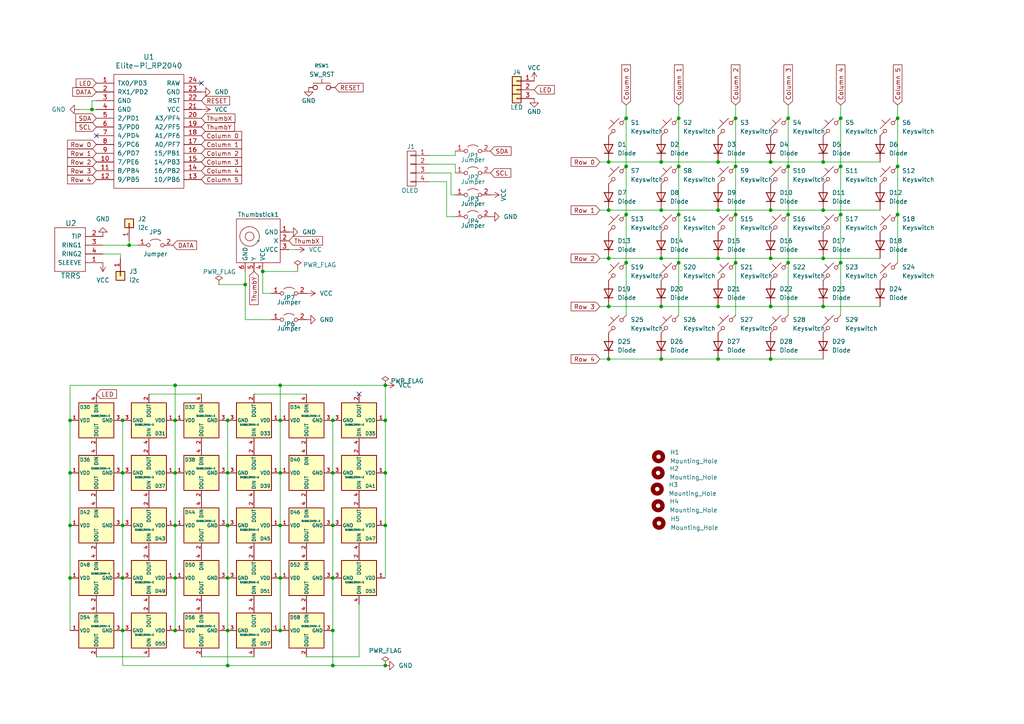
<source format=kicad_sch>
(kicad_sch (version 20230121) (generator eeschema)
  (paper "A4")
  (title_block (title "VF1 Valkyrie Choc RGB") (comment 2 "X=18.5mm; Y=17.5mm") (comment 3 "Spaced for MBK Glow R2 Choc Keycap Set"))
  (junction (at 66.04 182.88))
  (junction (at 66.04 137.16))
  (junction (at 81.28 137.16))
  (junction (at 208.28 74.93))
  (junction (at 213.36 62.23))
  (junction (at 81.28 152.4))
  (junction (at 35.56 182.88))
  (junction (at 238.76 74.93))
  (junction (at 50.8 167.64))
  (junction (at 26.67 31.75))
  (junction (at 238.76 46.99))
  (junction (at 243.84 76.2))
  (junction (at 181.61 34.29))
  (junction (at 191.77 46.99))
  (junction (at 181.61 76.2))
  (junction (at 111.76 111.76))
  (junction (at 191.77 88.9))
  (junction (at 176.53 88.9))
  (junction (at 196.85 48.26))
  (junction (at 20.32 121.92))
  (junction (at 81.28 182.88))
  (junction (at 50.8 137.16))
  (junction (at 260.35 48.26))
  (junction (at 243.84 34.29))
  (junction (at 66.04 167.64))
  (junction (at 96.52 121.92))
  (junction (at 208.28 46.99))
  (junction (at 228.6 62.23))
  (junction (at 35.56 167.64))
  (junction (at 181.61 62.23))
  (junction (at 35.56 152.4))
  (junction (at 243.84 48.26))
  (junction (at 196.85 62.23))
  (junction (at 196.85 76.2))
  (junction (at 50.8 182.88))
  (junction (at 20.32 167.64))
  (junction (at 37.465 71.12))
  (junction (at 238.76 60.96))
  (junction (at 228.6 48.26))
  (junction (at 208.28 60.96))
  (junction (at 111.76 193.04))
  (junction (at 35.56 137.16))
  (junction (at 81.28 111.76))
  (junction (at 196.85 34.29))
  (junction (at 223.52 74.93))
  (junction (at 20.32 152.4))
  (junction (at 176.53 46.99))
  (junction (at 208.28 104.14))
  (junction (at 111.76 152.4))
  (junction (at 20.32 137.16))
  (junction (at 176.53 104.14))
  (junction (at 213.36 76.2))
  (junction (at 50.8 121.92))
  (junction (at 243.84 62.23))
  (junction (at 96.52 193.04))
  (junction (at 81.28 167.64))
  (junction (at 223.52 46.99))
  (junction (at 96.52 167.64))
  (junction (at 260.35 34.29))
  (junction (at 66.04 193.04))
  (junction (at 76.2 78.74))
  (junction (at 260.35 62.23))
  (junction (at 71.12 82.55))
  (junction (at 176.53 60.96))
  (junction (at 228.6 34.29))
  (junction (at 96.52 137.16))
  (junction (at 66.04 121.92))
  (junction (at 181.61 48.26))
  (junction (at 50.8 152.4))
  (junction (at 176.53 74.93))
  (junction (at 35.56 121.92))
  (junction (at 191.77 74.93))
  (junction (at 223.52 104.14))
  (junction (at 96.52 152.4))
  (junction (at 213.36 48.26))
  (junction (at 213.36 34.29))
  (junction (at 50.8 111.76))
  (junction (at 111.76 137.16))
  (junction (at 223.52 88.9))
  (junction (at 66.04 152.4))
  (junction (at 81.28 121.92))
  (junction (at 96.52 182.88))
  (junction (at 228.6 76.2))
  (junction (at 191.77 60.96))
  (junction (at 191.77 104.14))
  (junction (at 111.76 121.92))
  (junction (at 238.76 88.9))
  (junction (at 223.52 60.96))
  (junction (at 208.28 88.9))
  (no_connect (at 27.94 39.37))
  (no_connect (at 104.14 114.3))
  (no_connect (at 58.42 24.13))
  (wire (pts (xy 50.8 111.76) (xy 50.8 121.92)))
  (wire (pts (xy 83.82 72.39) (xy 85.725 72.39)))
  (wire (pts (xy 76.2 78.74) (xy 76.2 85.09)))
  (wire (pts (xy 111.76 137.16) (xy 111.76 152.4)))
  (wire (pts (xy 243.84 76.2) (xy 243.84 91.44)))
  (wire (pts (xy 35.56 152.4) (xy 35.56 167.64)))
  (wire (pts (xy 20.32 121.92) (xy 20.32 137.16)))
  (wire (pts (xy 81.28 111.76) (xy 81.28 121.92)))
  (wire (pts (xy 111.76 121.92) (xy 111.76 137.16)))
  (wire (pts (xy 238.76 74.93) (xy 255.27 74.93)))
  (wire (pts (xy 81.28 137.16) (xy 81.28 152.4)))
  (wire (pts (xy 29.845 71.12) (xy 37.465 71.12)))
  (wire (pts (xy 71.12 78.74) (xy 71.12 82.55)))
  (wire (pts (xy 50.8 152.4) (xy 50.8 167.64)))
  (wire (pts (xy 223.52 46.99) (xy 238.76 46.99)))
  (wire (pts (xy 176.53 74.93) (xy 191.77 74.93)))
  (wire (pts (xy 81.28 111.76) (xy 111.76 111.76)))
  (wire (pts (xy 124.46 50.165) (xy 130.81 50.165)))
  (wire (pts (xy 50.8 137.16) (xy 50.8 152.4)))
  (wire (pts (xy 81.28 121.92) (xy 81.28 137.16)))
  (wire (pts (xy 129.54 52.705) (xy 129.54 62.865)))
  (wire (pts (xy 228.6 62.23) (xy 228.6 76.2)))
  (wire (pts (xy 129.54 62.865) (xy 132.08 62.865)))
  (wire (pts (xy 243.84 62.23) (xy 243.84 76.2)))
  (wire (pts (xy 71.12 92.71) (xy 78.74 92.71)))
  (wire (pts (xy 243.84 30.48) (xy 243.84 34.29)))
  (wire (pts (xy 223.52 60.96) (xy 238.76 60.96)))
  (wire (pts (xy 81.28 167.64) (xy 81.28 182.88)))
  (wire (pts (xy 228.6 30.48) (xy 228.6 34.29)))
  (wire (pts (xy 223.52 104.14) (xy 238.76 104.14)))
  (wire (pts (xy 20.32 111.76) (xy 50.8 111.76)))
  (wire (pts (xy 34.925 73.66) (xy 34.925 74.93)))
  (wire (pts (xy 196.85 34.29) (xy 196.85 48.26)))
  (wire (pts (xy 196.85 62.23) (xy 196.85 76.2)))
  (wire (pts (xy 191.77 88.9) (xy 208.28 88.9)))
  (wire (pts (xy 181.61 76.2) (xy 181.61 91.44)))
  (wire (pts (xy 228.6 76.2) (xy 228.6 91.44)))
  (wire (pts (xy 173.99 60.96) (xy 176.53 60.96)))
  (wire (pts (xy 63.5 82.55) (xy 71.12 82.55)))
  (wire (pts (xy 132.08 47.625) (xy 132.08 50.165)))
  (wire (pts (xy 96.52 167.64) (xy 96.52 182.88)))
  (wire (pts (xy 181.61 34.29) (xy 181.61 48.26)))
  (wire (pts (xy 191.77 60.96) (xy 208.28 60.96)))
  (wire (pts (xy 173.99 104.14) (xy 176.53 104.14)))
  (wire (pts (xy 223.52 74.93) (xy 238.76 74.93)))
  (wire (pts (xy 27.94 190.5) (xy 43.18 190.5)))
  (wire (pts (xy 208.28 74.93) (xy 223.52 74.93)))
  (wire (pts (xy 223.52 88.9) (xy 238.76 88.9)))
  (wire (pts (xy 20.32 167.64) (xy 20.32 182.88)))
  (wire (pts (xy 66.04 121.92) (xy 66.04 137.16)))
  (wire (pts (xy 96.52 121.92) (xy 96.52 137.16)))
  (wire (pts (xy 22.86 31.75) (xy 26.67 31.75)))
  (wire (pts (xy 96.52 137.16) (xy 96.52 152.4)))
  (wire (pts (xy 66.04 152.4) (xy 66.04 167.64)))
  (wire (pts (xy 35.56 167.64) (xy 35.56 182.88)))
  (wire (pts (xy 124.46 47.625) (xy 132.08 47.625)))
  (wire (pts (xy 213.36 76.2) (xy 213.36 91.44)))
  (wire (pts (xy 228.6 34.29) (xy 228.6 48.26)))
  (wire (pts (xy 260.35 48.26) (xy 260.35 62.23)))
  (wire (pts (xy 76.2 85.09) (xy 78.74 85.09)))
  (wire (pts (xy 66.04 193.04) (xy 96.52 193.04)))
  (wire (pts (xy 96.52 152.4) (xy 96.52 167.64)))
  (wire (pts (xy 130.81 56.515) (xy 132.08 56.515)))
  (wire (pts (xy 58.42 190.5) (xy 73.66 190.5)))
  (wire (pts (xy 20.32 111.76) (xy 20.32 121.92)))
  (wire (pts (xy 181.61 62.23) (xy 181.61 76.2)))
  (wire (pts (xy 20.32 137.16) (xy 20.32 152.4)))
  (wire (pts (xy 213.36 34.29) (xy 213.36 48.26)))
  (wire (pts (xy 81.28 152.4) (xy 81.28 167.64)))
  (wire (pts (xy 50.8 121.92) (xy 50.8 137.16)))
  (wire (pts (xy 35.56 121.92) (xy 35.56 137.16)))
  (wire (pts (xy 238.76 46.99) (xy 255.27 46.99)))
  (wire (pts (xy 66.04 182.88) (xy 66.04 193.04)))
  (wire (pts (xy 96.52 182.88) (xy 96.52 193.04)))
  (wire (pts (xy 260.35 62.23) (xy 260.35 76.2)))
  (wire (pts (xy 176.53 46.99) (xy 191.77 46.99)))
  (wire (pts (xy 27.94 29.21) (xy 26.67 29.21)))
  (wire (pts (xy 213.36 62.23) (xy 213.36 76.2)))
  (wire (pts (xy 181.61 48.26) (xy 181.61 62.23)))
  (wire (pts (xy 176.53 104.14) (xy 191.77 104.14)))
  (wire (pts (xy 132.08 45.085) (xy 132.08 43.815)))
  (wire (pts (xy 208.28 46.99) (xy 223.52 46.99)))
  (wire (pts (xy 50.8 167.64) (xy 50.8 182.88)))
  (wire (pts (xy 208.28 104.14) (xy 223.52 104.14)))
  (wire (pts (xy 37.465 71.12) (xy 37.465 69.85)))
  (wire (pts (xy 26.67 31.75) (xy 27.94 31.75)))
  (wire (pts (xy 130.81 50.165) (xy 130.81 56.515)))
  (wire (pts (xy 196.85 76.2) (xy 196.85 91.44)))
  (wire (pts (xy 111.76 152.4) (xy 111.76 167.64)))
  (wire (pts (xy 71.12 82.55) (xy 71.12 92.71)))
  (wire (pts (xy 50.8 111.76) (xy 81.28 111.76)))
  (wire (pts (xy 37.465 71.12) (xy 40.005 71.12)))
  (wire (pts (xy 238.76 88.9) (xy 255.27 88.9)))
  (wire (pts (xy 96.52 193.04) (xy 111.76 193.04)))
  (wire (pts (xy 104.14 175.26) (xy 104.14 190.5)))
  (wire (pts (xy 111.76 111.76) (xy 111.76 121.92)))
  (wire (pts (xy 196.85 48.26) (xy 196.85 62.23)))
  (wire (pts (xy 35.56 182.88) (xy 35.56 193.04)))
  (wire (pts (xy 176.53 88.9) (xy 191.77 88.9)))
  (wire (pts (xy 76.2 78.74) (xy 86.36 78.74)))
  (wire (pts (xy 129.54 52.705) (xy 124.46 52.705)))
  (wire (pts (xy 26.67 29.21) (xy 26.67 31.75)))
  (wire (pts (xy 191.77 104.14) (xy 208.28 104.14)))
  (wire (pts (xy 196.85 30.48) (xy 196.85 34.29)))
  (wire (pts (xy 260.35 34.29) (xy 260.35 48.26)))
  (wire (pts (xy 243.84 48.26) (xy 243.84 62.23)))
  (wire (pts (xy 66.04 167.64) (xy 66.04 182.88)))
  (wire (pts (xy 173.99 46.99) (xy 176.53 46.99)))
  (wire (pts (xy 20.32 152.4) (xy 20.32 167.64)))
  (wire (pts (xy 173.99 88.9) (xy 176.53 88.9)))
  (wire (pts (xy 191.77 74.93) (xy 208.28 74.93)))
  (wire (pts (xy 208.28 60.96) (xy 223.52 60.96)))
  (wire (pts (xy 43.18 114.3) (xy 58.42 114.3)))
  (wire (pts (xy 181.61 30.48) (xy 181.61 34.29)))
  (wire (pts (xy 88.9 190.5) (xy 104.14 190.5)))
  (wire (pts (xy 66.04 137.16) (xy 66.04 152.4)))
  (wire (pts (xy 260.35 30.48) (xy 260.35 34.29)))
  (wire (pts (xy 191.77 46.99) (xy 208.28 46.99)))
  (wire (pts (xy 29.845 73.66) (xy 34.925 73.66)))
  (wire (pts (xy 238.76 60.96) (xy 255.27 60.96)))
  (wire (pts (xy 35.56 193.04) (xy 66.04 193.04)))
  (wire (pts (xy 73.66 114.3) (xy 88.9 114.3)))
  (wire (pts (xy 243.84 34.29) (xy 243.84 48.26)))
  (wire (pts (xy 86.36 78.105) (xy 86.36 78.74)))
  (wire (pts (xy 35.56 137.16) (xy 35.56 152.4)))
  (wire (pts (xy 176.53 60.96) (xy 191.77 60.96)))
  (wire (pts (xy 213.36 48.26) (xy 213.36 62.23)))
  (wire (pts (xy 208.28 88.9) (xy 223.52 88.9)))
  (wire (pts (xy 228.6 48.26) (xy 228.6 62.23)))
  (wire (pts (xy 173.99 74.93) (xy 176.53 74.93)))
  (wire (pts (xy 213.36 30.48) (xy 213.36 34.29)))
  (wire (pts (xy 124.46 45.085) (xy 132.08 45.085)))
  (global_label "Column 2" (shape input) (at 58.42 44.45 0) (property "Intersheetrefs" "${INTERSHEET_REFS}" (effects hide)))
  (global_label "Column 1" (shape input) (at 196.85 30.48 90) (property "Intersheetrefs" "${INTERSHEET_REFS}" (effects hide)))
  (global_label "ThumbY" (shape input) (at 73.66 78.74 270) (property "Intersheetrefs" "${INTERSHEET_REFS}" (effects hide)))
  (global_label "SCL" (shape input) (at 142.24 50.165 0) (property "Intersheetrefs" "${INTERSHEET_REFS}" (effects hide)))
  (global_label "Column 1" (shape input) (at 58.42 41.91 0) (property "Intersheetrefs" "${INTERSHEET_REFS}" (effects hide)))
  (global_label "LED" (shape input) (at 27.94 24.13 180) (property "Intersheetrefs" "${INTERSHEET_REFS}" (effects hide)))
  (global_label "Row 4" (shape input) (at 173.99 104.14 180) (property "Intersheetrefs" "${INTERSHEET_REFS}" (effects hide)))
  (global_label "Row 4" (shape input) (at 27.94 52.07 180) (property "Intersheetrefs" "${INTERSHEET_REFS}" (effects hide)))
  (global_label "Row 3" (shape input) (at 173.99 88.9 180) (property "Intersheetrefs" "${INTERSHEET_REFS}" (effects hide)))
  (global_label "RESET" (shape input) (at 97.155 25.4 0) (property "Intersheetrefs" "${INTERSHEET_REFS}" (effects hide)))
  (global_label "SCL" (shape input) (at 27.94 36.83 180) (property "Intersheetrefs" "${INTERSHEET_REFS}" (effects hide)))
  (global_label "Column 3" (shape input) (at 228.6 30.48 90) (property "Intersheetrefs" "${INTERSHEET_REFS}" (effects hide)))
  (global_label "Row 1" (shape input) (at 173.99 60.96 180) (property "Intersheetrefs" "${INTERSHEET_REFS}" (effects hide)))
  (global_label "Column 2" (shape input) (at 213.36 30.48 90) (property "Intersheetrefs" "${INTERSHEET_REFS}" (effects hide)))
  (global_label "DATA" (shape input) (at 50.165 71.12 0) (property "Intersheetrefs" "${INTERSHEET_REFS}" (effects hide)))
  (global_label "LED" (shape input) (at 154.94 26.035 0) (property "Intersheetrefs" "${INTERSHEET_REFS}" (effects hide)))
  (global_label "Column 4" (shape input) (at 58.42 49.53 0) (property "Intersheetrefs" "${INTERSHEET_REFS}" (effects hide)))
  (global_label "Column 0" (shape input) (at 181.61 30.48 90) (property "Intersheetrefs" "${INTERSHEET_REFS}" (effects hide)))
  (global_label "Row 0" (shape input) (at 27.94 41.91 180) (property "Intersheetrefs" "${INTERSHEET_REFS}" (effects hide)))
  (global_label "LED" (shape input) (at 27.94 114.3 0) (property "Intersheetrefs" "${INTERSHEET_REFS}" (effects hide)))
  (global_label "ThumbY" (shape input) (at 58.42 36.83 0) (property "Intersheetrefs" "${INTERSHEET_REFS}" (effects hide)))
  (global_label "Column 5" (shape input) (at 260.35 30.48 90) (property "Intersheetrefs" "${INTERSHEET_REFS}" (effects hide)))
  (global_label "DATA" (shape input) (at 27.94 26.67 180) (property "Intersheetrefs" "${INTERSHEET_REFS}" (effects hide)))
  (global_label "Column 0" (shape input) (at 58.42 39.37 0) (property "Intersheetrefs" "${INTERSHEET_REFS}" (effects hide)))
  (global_label "RESET" (shape input) (at 58.42 29.21 0) (property "Intersheetrefs" "${INTERSHEET_REFS}" (effects hide)))
  (global_label "Column 4" (shape input) (at 243.84 30.48 90) (property "Intersheetrefs" "${INTERSHEET_REFS}" (effects hide)))
  (global_label "Row 3" (shape input) (at 27.94 49.53 180) (property "Intersheetrefs" "${INTERSHEET_REFS}" (effects hide)))
  (global_label "SDA" (shape input) (at 142.24 43.815 0) (property "Intersheetrefs" "${INTERSHEET_REFS}" (effects hide)))
  (global_label "ThumbX" (shape input) (at 83.82 69.85 0) (property "Intersheetrefs" "${INTERSHEET_REFS}" (effects hide)))
  (global_label "Column 5" (shape input) (at 58.42 52.07 0) (property "Intersheetrefs" "${INTERSHEET_REFS}" (effects hide)))
  (global_label "ThumbX" (shape input) (at 58.42 34.29 0) (property "Intersheetrefs" "${INTERSHEET_REFS}" (effects hide)))
  (global_label "SDA" (shape input) (at 27.94 34.29 180) (property "Intersheetrefs" "${INTERSHEET_REFS}" (effects hide)))
  (global_label "Row 0" (shape input) (at 173.99 46.99 180) (property "Intersheetrefs" "${INTERSHEET_REFS}" (effects hide)))
  (global_label "Column 3" (shape input) (at 58.42 46.99 0) (property "Intersheetrefs" "${INTERSHEET_REFS}" (effects hide)))
  (global_label "Row 1" (shape input) (at 27.94 44.45 180) (property "Intersheetrefs" "${INTERSHEET_REFS}" (effects hide)))
  (global_label "Row 2" (shape input) (at 173.99 74.93 180) (property "Intersheetrefs" "${INTERSHEET_REFS}" (effects hide)))
  (global_label "Row 2" (shape input) (at 27.94 46.99 180) (property "Intersheetrefs" "${INTERSHEET_REFS}" (effects hide)))
  (symbol (lib_id "ScottoKeebs:Placeholder_Keyswitch") (at 257.81 64.77 90) (unit 1)
    (property "Reference" "S18" (at 261.62 63.5 90) (effects (justify right)))
    (property "Value" "Keyswitch" (at 261.62 66.04 90) (effects (justify right)))
    (property "Footprint" "mylocal_footprints:Choc_Hotswap-double-sided" (effects hide))
  )
  (symbol (lib_id "ScottoKeebs:Placeholder_Keyswitch") (at 179.07 64.77 90) (unit 1)
    (property "Reference" "S13" (at 182.88 63.5 90) (effects (justify right)))
    (property "Value" "Keyswitch" (at 182.88 66.04 90) (effects (justify right)))
    (property "Footprint" "mylocal_footprints:Choc_Hotswap-double-sided" (effects hide))
  )
  (symbol (lib_id "SofleKeyboard1:LED_SK6812MINI-E-alt") (at 43.18 152.4 180) (unit 1)
    (property "Reference" "D43" (at 46.48 156.21 0) (effects (font (size 1 1))))
    (property "Value" "SK6812MINI-E" (at 41.91 153.67 0) (effects (font (size 0.5 0.5))))
    (property "Footprint" "mylocal_footprints:SK6812-MINI-E-double-side" (effects hide))
    (property "Datasheet" "https://cdn-shop.adafruit.com/product-files/2686/SK6812MINI_REV.01-1-2.pdf" (effects hide))
  )
  (symbol (lib_id "ScottoKeebs:Placeholder_Mounting_Hole") (at 191.008 132.461 0) (unit 1)
    (property "Reference" "H1" (at 194.31 131.191 0) (effects (justify left)))
    (property "Value" "Mounting_Hole" (at 194.31 133.731 0) (effects (justify left)))
    (property "Footprint" "MountingHole:MountingHole_3.5mm" (effects hide))
  )
  (symbol (lib_id "SofleKeyboard1:LED_SK6812MINI-E-alt") (at 43.18 121.92 180) (unit 1)
    (property "Reference" "D31" (at 46.48 125.73 0) (effects (font (size 1 1))))
    (property "Value" "SK6812MINI-E" (at 41.91 123.19 0) (effects (font (size 0.5 0.5))))
    (property "Footprint" "mylocal_footprints:SK6812-MINI-E-double-side" (effects hide))
    (property "Datasheet" "https://cdn-shop.adafruit.com/product-files/2686/SK6812MINI_REV.01-1-2.pdf" (effects hide))
  )
  (symbol (lib_id "ScottoKeebs:Placeholder_Diode") (at 191.77 100.33 90) (unit 1)
    (property "Reference" "D26" (at 194.31 99.06 90) (effects (justify right)))
    (property "Value" "Diode" (at 194.31 101.6 90) (effects (justify right)))
    (property "Footprint" "mylocal_footprints:Diode_SOD-123-double-sided" (effects hide))
    (property "Sim.Device" "D" (effects hide))
    (property "Sim.Pins" "1=K 2=A" (effects hide))
  )
  (symbol (lib_id "ScottoKeebs:Placeholder_Diode") (at 255.27 85.09 90) (unit 1)
    (property "Reference" "D24" (at 257.81 83.82 90) (effects (justify right)))
    (property "Value" "Diode" (at 257.81 86.36 90) (effects (justify right)))
    (property "Footprint" "mylocal_footprints:Diode_SOD-123-double-sided" (effects hide))
    (property "Sim.Device" "D" (effects hide))
    (property "Sim.Pins" "1=K 2=A" (effects hide))
  )
  (symbol (lib_id "SofleKeyboard1:LED_SK6812MINI-E-alt") (at 73.66 137.16 180) (unit 1)
    (property "Reference" "D39" (at 76.96 140.97 0) (effects (font (size 1 1))))
    (property "Value" "SK6812MINI-E" (at 72.39 138.43 0) (effects (font (size 0.5 0.5))))
    (property "Footprint" "mylocal_footprints:SK6812-MINI-E-double-side" (effects hide))
    (property "Datasheet" "https://cdn-shop.adafruit.com/product-files/2686/SK6812MINI_REV.01-1-2.pdf" (effects hide))
  )
  (symbol (lib_id "ScottoKeebs:Placeholder_Keyswitch") (at 179.07 50.8 90) (unit 1)
    (property "Reference" "S7" (at 182.88 49.53 90) (effects (justify right)))
    (property "Value" "Keyswitch" (at 182.88 52.07 90) (effects (justify right)))
    (property "Footprint" "mylocal_footprints:Choc_Hotswap-double-sided" (effects hide))
  )
  (symbol (lib_id "SofleKeyboard1:LED_SK6812MINI-E-alt") (at 104.14 167.64 180) (unit 1)
    (property "Reference" "D53" (at 107.44 171.45 0) (effects (font (size 1 1))))
    (property "Value" "SK6812MINI-E" (at 102.87 168.91 0) (effects (font (size 0.5 0.5))))
    (property "Footprint" "mylocal_footprints:SK6812-MINI-E-double-side" (effects hide))
    (property "Datasheet" "https://cdn-shop.adafruit.com/product-files/2686/SK6812MINI_REV.01-1-2.pdf" (effects hide))
  )
  (symbol (lib_id "power:VCC") (at 85.725 72.39 270) (unit 1)
    (property "Reference" "#PWR015" (effects hide))
    (property "Value" "VCC" (at 89.535 72.39 90) (effects (justify left)))
  )
  (symbol (lib_id "ScottoKeebs:Placeholder_Keyswitch") (at 210.82 93.98 90) (unit 1)
    (property "Reference" "S27" (at 214.63 92.71 90) (effects (justify right)))
    (property "Value" "Keyswitch" (at 214.63 95.25 90) (effects (justify right)))
    (property "Footprint" "mylocal_footprints:Choc_Hotswap-double-sided" (effects hide))
  )
  (symbol (lib_id "ScottoKeebs:Placeholder_Diode") (at 176.53 100.33 90) (unit 1)
    (property "Reference" "D25" (at 179.07 99.06 90) (effects (justify right)))
    (property "Value" "Diode" (at 179.07 101.6 90) (effects (justify right)))
    (property "Footprint" "mylocal_footprints:Diode_SOD-123-double-sided" (effects hide))
    (property "Sim.Device" "D" (effects hide))
    (property "Sim.Pins" "1=K 2=A" (effects hide))
  )
  (symbol (lib_id "untitled:SofleKeyboard-rescue_i2c_pin-Lily58-cache-Lily58_Pro-rescue-sofle") (at 37.465 64.77 90) (unit 1)
    (property "Reference" "J2" (at 40.005 63.5 90) (effects (justify right)))
    (property "Value" "i2c" (at 40.005 66.04 90) (effects (justify right)))
    (property "Footprint" "untitled:1pin_conn" (effects hide))
  )
  (symbol (lib_id "SofleKeyboard1:LED_SK6812MINI-E-alt") (at 88.9 137.16 0) (unit 1)
    (property "Reference" "D40" (at 85.6 133.35 0) (effects (font (size 1 1))))
    (property "Value" "SK6812MINI-E" (effects hide))
    (property "Footprint" "mylocal_footprints:SK6812-MINI-E-double-side" (effects hide))
    (property "Datasheet" "https://cdn-shop.adafruit.com/product-files/2686/SK6812MINI_REV.01-1-2.pdf" (effects hide))
  )
  (symbol (lib_id "ScottoKeebs:Placeholder_Diode") (at 238.76 100.33 90) (unit 1)
    (property "Reference" "D29" (at 241.3 99.06 90) (effects (justify right)))
    (property "Value" "Diode" (at 241.3 101.6 90) (effects (justify right)))
    (property "Footprint" "mylocal_footprints:Diode_SOD-123-double-sided" (effects hide))
    (property "Sim.Device" "D" (effects hide))
    (property "Sim.Pins" "1=K 2=A" (effects hide))
  )
  (symbol (lib_id "untitled:SofleKeyboard-rescue_OLED-Lily58-cache-Lily58_Pro-rescue-sofle") (at 119.38 48.895 0) (mirror y) (unit 1)
    (property "Reference" "J1" (at 120.38 42.545 0) (effects (justify left)))
    (property "Value" "OLED" (at 121.38 55.245 0) (effects (justify left)))
    (property "Footprint" "untitled:OLED_4Pin" (effects hide))
  )
  (symbol (lib_id "ScottoKeebs:Placeholder_Keyswitch") (at 257.81 78.74 90) (unit 1)
    (property "Reference" "S24" (at 261.62 77.47 90) (effects (justify right)))
    (property "Value" "Keyswitch" (at 261.62 80.01 90) (effects (justify right)))
    (property "Footprint" "mylocal_footprints:Choc_Hotswap-double-sided" (effects hide))
  )
  (symbol (lib_id "ScottoKeebs:Placeholder_Diode") (at 191.77 57.15 90) (unit 1)
    (property "Reference" "D8" (at 194.31 55.88 90) (effects (justify right)))
    (property "Value" "Diode" (at 194.31 58.42 90) (effects (justify right)))
    (property "Footprint" "mylocal_footprints:Diode_SOD-123-double-sided" (effects hide))
    (property "Sim.Device" "D" (effects hide))
    (property "Sim.Pins" "1=K 2=A" (effects hide))
  )
  (symbol (lib_id "ScottoKeebs:Placeholder_Keyswitch") (at 179.07 93.98 90) (unit 1)
    (property "Reference" "S25" (at 182.88 92.71 90) (effects (justify right)))
    (property "Value" "Keyswitch" (at 182.88 95.25 90) (effects (justify right)))
    (property "Footprint" "mylocal_footprints:Choc_Hotswap-double-sided" (effects hide))
  )
  (symbol (lib_id "power:PWR_FLAG") (at 111.76 193.04 0) (unit 1)
    (property "Reference" "#FLG02" (effects hide))
    (property "Value" "PWR_FLAG" (at 111.76 188.722 0))
  )
  (symbol (lib_id "ScottoKeebs:Placeholder_Diode") (at 176.53 43.18 90) (unit 1)
    (property "Reference" "D1" (at 179.07 41.91 90) (effects (justify right)))
    (property "Value" "Diode" (at 179.07 44.45 90) (effects (justify right)))
    (property "Footprint" "mylocal_footprints:Diode_SOD-123-double-sided" (effects hide))
    (property "Sim.Device" "D" (effects hide))
    (property "Sim.Pins" "1=K 2=A" (effects hide))
  )
  (symbol (lib_id "ScottoKeebs:Placeholder_TRRS") (at 20.955 78.74 0) (mirror y) (unit 1)
    (property "Reference" "U2" (at 22.225 64.77 0) (effects (font (size 1.524 1.524)) (justify left)))
    (property "Value" "TRRS" (at 23.495 80.01 0) (effects (font (size 1.524 1.524)) (justify left)))
    (property "Footprint" "mylocal_footprints:TRRS-PJ-320A-double-sided" (effects hide))
  )
  (symbol (lib_id "ScottoKeebs:Placeholder_Keyswitch") (at 257.81 36.83 90) (unit 1)
    (property "Reference" "S6" (at 261.62 35.56 90) (effects (justify right)))
    (property "Value" "Keyswitch" (at 261.62 38.1 90) (effects (justify right)))
    (property "Footprint" "mylocal_footprints:Choc_Hotswap-double-sided" (effects hide))
  )
  (symbol (lib_id "Jumper:Jumper_2_Open") (at 137.16 50.165 0) (unit 1)
    (property "Reference" "JP2" (at 137.16 51.435 0))
    (property "Value" "Jumper" (at 137.16 52.705 0))
    (property "Footprint" "mylocal_footprints:jumper_data-MOD" (effects hide))
  )
  (symbol (lib_id "ScottoKeebs:Placeholder_Mounting_Hole") (at 190.627 141.859 0) (unit 1)
    (property "Reference" "H3" (at 193.929 140.589 0) (effects (justify left)))
    (property "Value" "Mounting_Hole" (at 193.929 143.129 0) (effects (justify left)))
    (property "Footprint" "MountingHole:MountingHole_3.5mm" (effects hide))
  )
  (symbol (lib_id "power:VCC") (at 58.42 31.75 270) (unit 1)
    (property "Reference" "#PWR03" (effects hide))
    (property "Value" "VCC" (at 62.23 31.75 90) (effects (justify left)))
  )
  (symbol (lib_id "ScottoKeebs:Placeholder_Diode") (at 176.53 57.15 90) (unit 1)
    (property "Reference" "D7" (at 179.07 55.88 90) (effects (justify right)))
    (property "Value" "Diode" (at 179.07 58.42 90) (effects (justify right)))
    (property "Footprint" "mylocal_footprints:Diode_SOD-123-double-sided" (effects hide))
    (property "Sim.Device" "D" (effects hide))
    (property "Sim.Pins" "1=K 2=A" (effects hide))
  )
  (symbol (lib_id "SofleKeyboard1:LED_SK6812MINI-E-alt") (at 43.18 182.88 180) (unit 1)
    (property "Reference" "D55" (at 46.48 186.69 0) (effects (font (size 1 1))))
    (property "Value" "SK6812MINI-E" (at 41.91 184.15 0) (effects (font (size 0.5 0.5))))
    (property "Footprint" "mylocal_footprints:SK6812-MINI-E-double-side" (effects hide))
    (property "Datasheet" "https://cdn-shop.adafruit.com/product-files/2686/SK6812MINI_REV.01-1-2.pdf" (effects hide))
  )
  (symbol (lib_id "ScottoKeebs:Placeholder_Diode") (at 255.27 43.18 90) (unit 1)
    (property "Reference" "D6" (at 257.81 41.91 90) (effects (justify right)))
    (property "Value" "Diode" (at 257.81 44.45 90) (effects (justify right)))
    (property "Footprint" "mylocal_footprints:Diode_SOD-123-double-sided" (effects hide))
    (property "Sim.Device" "D" (effects hide))
    (property "Sim.Pins" "1=K 2=A" (effects hide))
  )
  (symbol (lib_id "SofleKeyboard1:MCU_Arduino_Pro_Micro-double-sifed") (at 43.18 38.1 0) (unit 1)
    (property "Reference" "U1" (at 43.18 16.51 0) (effects (font (size 1.524 1.524))))
    (property "Value" "Elite-Pi_RP2040" (at 43.18 19.05 0) (effects (font (size 1.524 1.524))))
    (property "Footprint" "mylocal_footprints:ProMicro" (effects hide))
  )
  (symbol (lib_id "ScottoKeebs:Placeholder_Keyswitch") (at 241.3 36.83 90) (unit 1)
    (property "Reference" "S5" (at 245.11 35.56 90) (effects (justify right)))
    (property "Value" "Keyswitch" (at 245.11 38.1 90) (effects (justify right)))
    (property "Footprint" "mylocal_footprints:Choc_Hotswap-double-sided" (effects hide))
  )
  (symbol (lib_id "power:GND") (at 154.94 28.575 0) (unit 1)
    (property "Reference" "#PWR010" (effects hide))
    (property "Value" "GND" (at 154.94 32.385 0))
  )
  (symbol (lib_id "SofleKeyboard1:LED_SK6812MINI-E-alt") (at 43.18 167.64 180) (unit 1)
    (property "Reference" "D49" (at 46.48 171.45 0) (effects (font (size 1 1))))
    (property "Value" "SK6812MINI-E" (at 41.91 168.91 0) (effects (font (size 0.5 0.5))))
    (property "Footprint" "mylocal_footprints:SK6812-MINI-E-double-side" (effects hide))
    (property "Datasheet" "https://cdn-shop.adafruit.com/product-files/2686/SK6812MINI_REV.01-1-2.pdf" (effects hide))
  )
  (symbol (lib_id "ScottoKeebs:Placeholder_Mounting_Hole") (at 190.881 137.16 0) (unit 1)
    (property "Reference" "H2" (at 194.183 135.89 0) (effects (justify left)))
    (property "Value" "Mounting_Hole" (at 194.183 138.43 0) (effects (justify left)))
    (property "Footprint" "MountingHole:MountingHole_3.5mm" (effects hide))
  )
  (symbol (lib_id "ScottoKeebs:Placeholder_Diode") (at 238.76 43.18 90) (unit 1)
    (property "Reference" "D5" (at 241.3 41.91 90) (effects (justify right)))
    (property "Value" "Diode" (at 241.3 44.45 90) (effects (justify right)))
    (property "Footprint" "mylocal_footprints:Diode_SOD-123-double-sided" (effects hide))
    (property "Sim.Device" "D" (effects hide))
    (property "Sim.Pins" "1=K 2=A" (effects hide))
  )
  (symbol (lib_id "ScottoKeebs:Placeholder_Diode") (at 208.28 43.18 90) (unit 1)
    (property "Reference" "D3" (at 210.82 41.91 90) (effects (justify right)))
    (property "Value" "Diode" (at 210.82 44.45 90) (effects (justify right)))
    (property "Footprint" "mylocal_footprints:Diode_SOD-123-double-sided" (effects hide))
    (property "Sim.Device" "D" (effects hide))
    (property "Sim.Pins" "1=K 2=A" (effects hide))
  )
  (symbol (lib_id "power:GND") (at 88.9 92.71 90) (unit 1)
    (property "Reference" "#PWR014" (effects hide))
    (property "Value" "GND" (at 92.71 92.71 90) (effects (justify right)))
  )
  (symbol (lib_id "power:GND") (at 142.24 62.865 90) (unit 1)
    (property "Reference" "#PWR05" (effects hide))
    (property "Value" "GND" (at 146.05 62.865 90) (effects (justify right)))
  )
  (symbol (lib_id "SofleKeyboard1:LED_SK6812MINI-E-alt") (at 104.14 121.92 180) (unit 1)
    (property "Reference" "D35" (at 107.44 125.73 0) (effects (font (size 1 1))))
    (property "Value" "SK6812MINI-E" (at 102.87 123.19 0) (effects (font (size 0.5 0.5))))
    (property "Footprint" "mylocal_footprints:SK6812-MINI-E-double-side" (effects hide))
    (property "Datasheet" "https://cdn-shop.adafruit.com/product-files/2686/SK6812MINI_REV.01-1-2.pdf" (effects hide))
  )
  (symbol (lib_id "ScottoKeebs:Placeholder_Keyswitch") (at 194.31 36.83 90) (unit 1)
    (property "Reference" "S2" (at 198.12 35.56 90) (effects (justify right)))
    (property "Value" "Keyswitch" (at 198.12 38.1 90) (effects (justify right)))
    (property "Footprint" "mylocal_footprints:Choc_Hotswap-double-sided" (effects hide))
  )
  (symbol (lib_id "Jumper:Jumper_2_Open") (at 83.82 85.09 0) (unit 1)
    (property "Reference" "JP7" (at 83.82 86.36 0))
    (property "Value" "Jumper" (at 83.82 87.63 0))
    (property "Footprint" "mylocal_footprints:jumper_data-MOD" (effects hide))
  )
  (symbol (lib_id "ScottoKeebs:Placeholder_Mounting_Hole") (at 190.881 146.685 0) (unit 1)
    (property "Reference" "H4" (at 194.183 145.415 0) (effects (justify left)))
    (property "Value" "Mounting_Hole" (at 194.183 147.955 0) (effects (justify left)))
    (property "Footprint" "MountingHole:MountingHole_3.5mm" (effects hide))
  )
  (symbol (lib_id "untitled:SofleKeyboard-rescue_i2c_pin-Lily58-cache-Lily58_Pro-rescue-sofle") (at 34.925 80.01 270) (unit 1)
    (property "Reference" "J3" (at 37.465 78.74 90) (effects (justify left)))
    (property "Value" "i2c" (at 37.465 81.28 90) (effects (justify left)))
    (property "Footprint" "untitled:1pin_conn" (effects hide))
  )
  (symbol (lib_id "power:VCC") (at 88.9 85.09 270) (unit 1)
    (property "Reference" "#PWR016" (effects hide))
    (property "Value" "VCC" (at 92.71 85.09 90) (effects (justify left)))
  )
  (symbol (lib_id "power:GND") (at 89.535 25.4 0) (unit 1)
    (property "Reference" "#PWR09" (effects hide))
    (property "Value" "GND" (at 89.535 29.21 0))
  )
  (symbol (lib_id "power:GND") (at 22.86 31.75 270) (unit 1)
    (property "Reference" "#PWR013" (effects hide))
    (property "Value" "GND" (at 19.05 31.75 90) (effects (justify right)))
  )
  (symbol (lib_id "ScottoKeebs:Placeholder_Keyswitch") (at 241.3 50.8 90) (unit 1)
    (property "Reference" "S11" (at 245.11 49.53 90) (effects (justify right)))
    (property "Value" "Keyswitch" (at 245.11 52.07 90) (effects (justify right)))
    (property "Footprint" "mylocal_footprints:Choc_Hotswap-double-sided" (effects hide))
  )
  (symbol (lib_id "ScottoKeebs:Placeholder_Diode") (at 223.52 57.15 90) (unit 1)
    (property "Reference" "D10" (at 226.06 55.88 90) (effects (justify right)))
    (property "Value" "Diode" (at 226.06 58.42 90) (effects (justify right)))
    (property "Footprint" "mylocal_footprints:Diode_SOD-123-double-sided" (effects hide))
    (property "Sim.Device" "D" (effects hide))
    (property "Sim.Pins" "1=K 2=A" (effects hide))
  )
  (symbol (lib_id "ScottoKeebs:Placeholder_Diode") (at 238.76 85.09 90) (unit 1)
    (property "Reference" "D23" (at 241.3 83.82 90) (effects (justify right)))
    (property "Value" "Diode" (at 241.3 86.36 90) (effects (justify right)))
    (property "Footprint" "mylocal_footprints:Diode_SOD-123-double-sided" (effects hide))
    (property "Sim.Device" "D" (effects hide))
    (property "Sim.Pins" "1=K 2=A" (effects hide))
  )
  (symbol (lib_id "ScottoKeebs:Placeholder_Diode") (at 208.28 100.33 90) (unit 1)
    (property "Reference" "D27" (at 210.82 99.06 90) (effects (justify right)))
    (property "Value" "Diode" (at 210.82 101.6 90) (effects (justify right)))
    (property "Footprint" "mylocal_footprints:Diode_SOD-123-double-sided" (effects hide))
    (property "Sim.Device" "D" (effects hide))
    (property "Sim.Pins" "1=K 2=A" (effects hide))
  )
  (symbol (lib_id "ScottoKeebs:Placeholder_Mounting_Hole") (at 191.135 151.765 0) (unit 1)
    (property "Reference" "H5" (at 194.437 150.495 0) (effects (justify left)))
    (property "Value" "Mounting_Hole" (at 194.437 153.035 0) (effects (justify left)))
    (property "Footprint" "MountingHole:MountingHole_3.5mm" (effects hide))
  )
  (symbol (lib_id "untitled:SofleKeyboard-rescue_SW_RST-Lily58-cache-Lily58_Pro-rescue-sofle") (at 93.345 25.4 0) (unit 1)
    (property "Reference" "RSW1" (at 93.345 19.05 0) (effects (font (size 1.016 1.016))))
    (property "Value" "SW_RST" (at 93.345 21.59 0))
    (property "Footprint" "untitled:TACT_SWITCH_TVBP06" (effects hide))
  )
  (symbol (lib_id "ScottoKeebs:Placeholder_Diode") (at 238.76 71.12 90) (unit 1)
    (property "Reference" "D17" (at 241.3 69.85 90) (effects (justify right)))
    (property "Value" "Diode" (at 241.3 72.39 90) (effects (justify right)))
    (property "Footprint" "mylocal_footprints:Diode_SOD-123-double-sided" (effects hide))
    (property "Sim.Device" "D" (effects hide))
    (property "Sim.Pins" "1=K 2=A" (effects hide))
  )
  (symbol (lib_id "ScottoKeebs:Placeholder_Diode") (at 191.77 71.12 90) (unit 1)
    (property "Reference" "D14" (at 194.31 69.85 90) (effects (justify right)))
    (property "Value" "Diode" (at 194.31 72.39 90) (effects (justify right)))
    (property "Footprint" "mylocal_footprints:Diode_SOD-123-double-sided" (effects hide))
    (property "Sim.Device" "D" (effects hide))
    (property "Sim.Pins" "1=K 2=A" (effects hide))
  )
  (symbol (lib_id "Jumper:Jumper_2_Open") (at 137.16 62.865 0) (unit 1)
    (property "Reference" "JP4" (at 137.16 64.135 0))
    (property "Value" "Jumper" (at 137.16 65.405 0))
    (property "Footprint" "mylocal_footprints:jumper_data-MOD" (effects hide))
  )
  (symbol (lib_id "Jumper:Jumper_2_Open") (at 45.085 71.12 0) (unit 1)
    (property "Reference" "JP5" (at 45.085 67.31 0))
    (property "Value" "Jumper" (at 45.085 73.66 0))
    (property "Footprint" "mylocal_footprints:jumper_data-MOD" (effects hide))
  )
  (symbol (lib_id "SofleKeyboard1:LED_SK6812MINI-E-alt") (at 88.9 182.88 0) (unit 1)
    (property "Reference" "D58" (at 85.6 179.07 0) (effects (font (size 1 1))))
    (property "Value" "SK6812MINI-E" (at 90.17 181.61 0) (effects (font (size 0.5 0.5))))
    (property "Footprint" "mylocal_footprints:SK6812-MINI-E-double-side" (effects hide))
    (property "Datasheet" "https://cdn-shop.adafruit.com/product-files/2686/SK6812MINI_REV.01-1-2.pdf" (effects hide))
  )
  (symbol (lib_id "ScottoKeebs:Placeholder_Keyswitch") (at 179.07 78.74 90) (unit 1)
    (property "Reference" "S19" (at 182.88 77.47 90) (effects (justify right)))
    (property "Value" "Keyswitch" (at 182.88 80.01 90) (effects (justify right)))
    (property "Footprint" "mylocal_footprints:Choc_Hotswap-double-sided" (effects hide))
  )
  (symbol (lib_id "power:PWR_FLAG") (at 111.76 111.76 0) (unit 1)
    (property "Reference" "#FLG04" (effects hide))
    (property "Value" "PWR_FLAG" (at 118.11 110.49 0))
  )
  (symbol (lib_id "ScottoKeebs:Placeholder_Keyswitch") (at 226.06 64.77 90) (unit 1)
    (property "Reference" "S16" (at 229.87 63.5 90) (effects (justify right)))
    (property "Value" "Keyswitch" (at 229.87 66.04 90) (effects (justify right)))
    (property "Footprint" "mylocal_footprints:Choc_Hotswap-double-sided" (effects hide))
  )
  (symbol (lib_id "mylocalSymbols1:Mini_2-Axis_Analog_Thumbstick") (at 74.93 69.85 0) (unit 1)
    (property "Reference" "Thumbstick1" (at 74.93 62.23 0))
    (property "Value" "~" (at 74.93 69.85 0))
    (property "Footprint" "mylocal_footprints:Mini 2-Axis Analog Thumbstick" (effects hide))
  )
  (symbol (lib_id "SofleKeyboard1:LED_SK6812MINI-E-alt") (at 27.94 152.4 0) (unit 1)
    (property "Reference" "D42" (at 24.64 148.59 0) (effects (font (size 1 1))))
    (property "Value" "SK6812MINI-E" (effects hide))
    (property "Footprint" "mylocal_footprints:SK6812-MINI-E-double-side" (effects hide))
    (property "Datasheet" "https://cdn-shop.adafruit.com/product-files/2686/SK6812MINI_REV.01-1-2.pdf" (effects hide))
  )
  (symbol (lib_id "ScottoKeebs:Placeholder_Keyswitch") (at 210.82 36.83 90) (unit 1)
    (property "Reference" "S3" (at 214.63 35.56 90) (effects (justify right)))
    (property "Value" "Keyswitch" (at 214.63 38.1 90) (effects (justify right)))
    (property "Footprint" "mylocal_footprints:Choc_Hotswap-double-sided" (effects hide))
  )
  (symbol (lib_id "ScottoKeebs:Placeholder_Diode") (at 223.52 85.09 90) (unit 1)
    (property "Reference" "D22" (at 226.06 83.82 90) (effects (justify right)))
    (property "Value" "Diode" (at 226.06 86.36 90) (effects (justify right)))
    (property "Footprint" "mylocal_footprints:Diode_SOD-123-double-sided" (effects hide))
    (property "Sim.Device" "D" (effects hide))
    (property "Sim.Pins" "1=K 2=A" (effects hide))
  )
  (symbol (lib_id "SofleKeyboard1:LED_SK6812MINI-E-alt") (at 58.42 152.4 0) (unit 1)
    (property "Reference" "D44" (at 55.12 148.59 0) (effects (font (size 1 1))))
    (property "Value" "SK6812MINI-E" (at 59.69 151.13 0) (effects (font (size 0.5 0.5))))
    (property "Footprint" "mylocal_footprints:SK6812-MINI-E-double-side" (effects hide))
    (property "Datasheet" "https://cdn-shop.adafruit.com/product-files/2686/SK6812MINI_REV.01-1-2.pdf" (effects hide))
  )
  (symbol (lib_id "Jumper:Jumper_2_Open") (at 137.16 43.815 0) (unit 1)
    (property "Reference" "JP1" (at 137.16 45.085 0))
    (property "Value" "Jumper" (at 137.16 46.355 0))
    (property "Footprint" "mylocal_footprints:jumper_data-MOD" (effects hide))
  )
  (symbol (lib_id "power:GND") (at 58.42 26.67 90) (unit 1)
    (property "Reference" "#PWR01" (effects hide))
    (property "Value" "GND" (at 62.23 26.67 90) (effects (justify right)))
  )
  (symbol (lib_id "power:VCC") (at 142.24 56.515 270) (unit 1)
    (property "Reference" "#PWR04" (effects hide))
    (property "Value" "VCC" (at 146.05 56.515 0))
  )
  (symbol (lib_id "SofleKeyboard1:LED_SK6812MINI-E-alt") (at 73.66 152.4 180) (unit 1)
    (property "Reference" "D45" (at 76.96 156.21 0) (effects (font (size 1 1))))
    (property "Value" "SK6812MINI-E" (at 72.39 153.67 0) (effects (font (size 0.5 0.5))))
    (property "Footprint" "mylocal_footprints:SK6812-MINI-E-double-side" (effects hide))
    (property "Datasheet" "https://cdn-shop.adafruit.com/product-files/2686/SK6812MINI_REV.01-1-2.pdf" (effects hide))
  )
  (symbol (lib_id "ScottoKeebs:Placeholder_Keyswitch") (at 241.3 64.77 90) (unit 1)
    (property "Reference" "S17" (at 245.11 63.5 90) (effects (justify right)))
    (property "Value" "Keyswitch" (at 245.11 66.04 90) (effects (justify right)))
    (property "Footprint" "mylocal_footprints:Choc_Hotswap-double-sided" (effects hide))
  )
  (symbol (lib_id "ScottoKeebs:Placeholder_Keyswitch") (at 226.06 50.8 90) (unit 1)
    (property "Reference" "S10" (at 229.87 49.53 90) (effects (justify right)))
    (property "Value" "Keyswitch" (at 229.87 52.07 90) (effects (justify right)))
    (property "Footprint" "mylocal_footprints:Choc_Hotswap-double-sided" (effects hide))
  )
  (symbol (lib_id "ScottoKeebs:Placeholder_Keyswitch") (at 194.31 50.8 90) (unit 1)
    (property "Reference" "S8" (at 198.12 49.53 90) (effects (justify right)))
    (property "Value" "Keyswitch" (at 198.12 52.07 90) (effects (justify right)))
    (property "Footprint" "mylocal_footprints:Choc_Hotswap-double-sided" (effects hide))
  )
  (symbol (lib_id "power:PWR_FLAG") (at 86.36 78.105 0) (unit 1)
    (property "Reference" "#FLG03" (effects hide))
    (property "Value" "PWR_FLAG" (at 92.71 76.835 0))
  )
  (symbol (lib_id "ScottoKeebs:Placeholder_Diode") (at 191.77 43.18 90) (unit 1)
    (property "Reference" "D2" (at 194.31 41.91 90) (effects (justify right)))
    (property "Value" "Diode" (at 194.31 44.45 90) (effects (justify right)))
    (property "Footprint" "mylocal_footprints:Diode_SOD-123-double-sided" (effects hide))
    (property "Sim.Device" "D" (effects hide))
    (property "Sim.Pins" "1=K 2=A" (effects hide))
  )
  (symbol (lib_id "power:VCC") (at 154.94 23.495 0) (unit 1)
    (property "Reference" "#PWR08" (effects hide))
    (property "Value" "VCC" (at 154.94 19.685 0))
  )
  (symbol (lib_id "ScottoKeebs:Placeholder_Keyswitch") (at 210.82 50.8 90) (unit 1)
    (property "Reference" "S9" (at 214.63 49.53 90) (effects (justify right)))
    (property "Value" "Keyswitch" (at 214.63 52.07 90) (effects (justify right)))
    (property "Footprint" "mylocal_footprints:Choc_Hotswap-double-sided" (effects hide))
  )
  (symbol (lib_id "power:GND") (at 83.82 67.31 90) (unit 1)
    (property "Reference" "#PWR02" (effects hide))
    (property "Value" "GND" (at 87.63 67.31 90) (effects (justify right)))
  )
  (symbol (lib_id "ScottoKeebs:Placeholder_Keyswitch") (at 210.82 64.77 90) (unit 1)
    (property "Reference" "S15" (at 214.63 63.5 90) (effects (justify right)))
    (property "Value" "Keyswitch" (at 214.63 66.04 90) (effects (justify right)))
    (property "Footprint" "mylocal_footprints:Choc_Hotswap-double-sided" (effects hide))
  )
  (symbol (lib_id "ScottoKeebs:Placeholder_Diode") (at 255.27 71.12 90) (unit 1)
    (property "Reference" "D18" (at 257.81 69.85 90) (effects (justify right)))
    (property "Value" "Diode" (at 257.81 72.39 90) (effects (justify right)))
    (property "Footprint" "mylocal_footprints:Diode_SOD-123-double-sided" (effects hide))
    (property "Sim.Device" "D" (effects hide))
    (property "Sim.Pins" "1=K 2=A" (effects hide))
  )
  (symbol (lib_id "power:GND") (at 111.76 193.04 90) (unit 1)
    (property "Reference" "#PWR012" (effects hide))
    (property "Value" "GND" (at 115.57 193.04 90) (effects (justify right)))
  )
  (symbol (lib_id "ScottoKeebs:Placeholder_Keyswitch") (at 226.06 36.83 90) (unit 1)
    (property "Reference" "S4" (at 229.87 35.56 90) (effects (justify right)))
    (property "Value" "Keyswitch" (at 229.87 38.1 90) (effects (justify right)))
    (property "Footprint" "mylocal_footprints:Choc_Hotswap-double-sided" (effects hide))
  )
  (symbol (lib_id "ScottoKeebs:Placeholder_Diode") (at 223.52 100.33 90) (unit 1)
    (property "Reference" "D28" (at 226.06 99.06 90) (effects (justify right)))
    (property "Value" "Diode" (at 226.06 101.6 90) (effects (justify right)))
    (property "Footprint" "mylocal_footprints:Diode_SOD-123-double-sided" (effects hide))
    (property "Sim.Device" "D" (effects hide))
    (property "Sim.Pins" "1=K 2=A" (effects hide))
  )
  (symbol (lib_id "SofleKeyboard1:LED_SK6812MINI-E-alt") (at 73.66 167.64 180) (unit 1)
    (property "Reference" "D51" (at 76.96 171.45 0) (effects (font (size 1 1))))
    (property "Value" "SK6812MINI-E" (at 72.39 168.91 0) (effects (font (size 0.5 0.5))))
    (property "Footprint" "mylocal_footprints:SK6812-MINI-E-double-side" (effects hide))
    (property "Datasheet" "https://cdn-shop.adafruit.com/product-files/2686/SK6812MINI_REV.01-1-2.pdf" (effects hide))
  )
  (symbol (lib_id "SofleKeyboard1:LED_SK6812MINI-E-alt") (at 88.9 167.64 0) (unit 1)
    (property "Reference" "D52" (at 85.6 163.83 0) (effects (font (size 1 1))))
    (property "Value" "SK6812MINI-E" (effects hide))
    (property "Footprint" "mylocal_footprints:SK6812-MINI-E-double-side" (effects hide))
    (property "Datasheet" "https://cdn-shop.adafruit.com/product-files/2686/SK6812MINI_REV.01-1-2.pdf" (effects hide))
  )
  (symbol (lib_id "SofleKeyboard1:LED_SK6812MINI-E-alt") (at 58.42 121.92 0) (unit 1)
    (property "Reference" "D32" (at 55.12 118.11 0) (effects (font (size 1 1))))
    (property "Value" "SK6812MINI-E" (at 59.69 120.65 0) (effects (font (size 0.5 0.5))))
    (property "Footprint" "mylocal_footprints:SK6812-MINI-E-double-side" (effects hide))
    (property "Datasheet" "https://cdn-shop.adafruit.com/product-files/2686/SK6812MINI_REV.01-1-2.pdf" (effects hide))
  )
  (symbol (lib_id "SofleKeyboard1:LED_SK6812MINI-E-alt") (at 58.42 182.88 0) (unit 1)
    (property "Reference" "D56" (at 55.12 179.07 0) (effects (font (size 1 1))))
    (property "Value" "SK6812MINI-E" (at 59.69 181.61 0) (effects (font (size 0.5 0.5))))
    (property "Footprint" "mylocal_footprints:SK6812-MINI-E-double-side" (effects hide))
    (property "Datasheet" "https://cdn-shop.adafruit.com/product-files/2686/SK6812MINI_REV.01-1-2.pdf" (effects hide))
  )
  (symbol (lib_id "ScottoKeebs:Placeholder_Diode") (at 191.77 85.09 90) (unit 1)
    (property "Reference" "D20" (at 194.31 83.82 90) (effects (justify right)))
    (property "Value" "Diode" (at 194.31 86.36 90) (effects (justify right)))
    (property "Footprint" "mylocal_footprints:Diode_SOD-123-double-sided" (effects hide))
    (property "Sim.Device" "D" (effects hide))
    (property "Sim.Pins" "1=K 2=A" (effects hide))
  )
  (symbol (lib_id "SofleKeyboard1:LED_SK6812MINI-E-alt") (at 27.94 121.92 0) (unit 1)
    (property "Reference" "D30" (at 24.64 118.11 0) (effects (font (size 1 1))))
    (property "Value" "SK6812MINI-E" (at 29.21 120.65 0) (effects (font (size 0.5 0.5))))
    (property "Footprint" "mylocal_footprints:SK6812-MINI-E-double-side" (effects hide))
    (property "Datasheet" "https://cdn-shop.adafruit.com/product-files/2686/SK6812MINI_REV.01-1-2.pdf" (effects hide))
  )
  (symbol (lib_id "ScottoKeebs:Placeholder_Diode") (at 208.28 71.12 90) (unit 1)
    (property "Reference" "D15" (at 210.82 69.85 90) (effects (justify right)))
    (property "Value" "Diode" (at 210.82 72.39 90) (effects (justify right)))
    (property "Footprint" "mylocal_footprints:Diode_SOD-123-double-sided" (effects hide))
    (property "Sim.Device" "D" (effects hide))
    (property "Sim.Pins" "1=K 2=A" (effects hide))
  )
  (symbol (lib_id "SofleKeyboard1:LED_SK6812MINI-E-alt") (at 104.14 152.4 180) (unit 1)
    (property "Reference" "D47" (at 107.44 156.21 0) (effects (font (size 1 1))))
    (property "Value" "SK6812MINI-E" (at 102.87 153.67 0) (effects (font (size 0.5 0.5))))
    (property "Footprint" "mylocal_footprints:SK6812-MINI-E-double-side" (effects hide))
    (property "Datasheet" "https://cdn-shop.adafruit.com/product-files/2686/SK6812MINI_REV.01-1-2.pdf" (effects hide))
  )
  (symbol (lib_id "SofleKeyboard1:LED_SK6812MINI-E-alt") (at 88.9 152.4 0) (unit 1)
    (property "Reference" "D46" (at 85.6 148.59 0) (effects (font (size 1 1))))
    (property "Value" "SK6812MINI-E" (at 90.17 151.13 0) (effects (font (size 0.5 0.5))))
    (property "Footprint" "mylocal_footprints:SK6812-MINI-E-double-side" (effects hide))
    (property "Datasheet" "https://cdn-shop.adafruit.com/product-files/2686/SK6812MINI_REV.01-1-2.pdf" (effects hide))
  )
  (symbol (lib_id "SofleKeyboard1:LED_SK6812MINI-E-alt") (at 58.42 137.16 0) (unit 1)
    (property "Reference" "D38" (at 55.12 133.35 0) (effects (font (size 1 1))))
    (property "Value" "SK6812MINI-E" (at 59.69 135.89 0) (effects (font (size 0.5 0.5))))
    (property "Footprint" "mylocal_footprints:SK6812-MINI-E-double-side" (effects hide))
    (property "Datasheet" "https://cdn-shop.adafruit.com/product-files/2686/SK6812MINI_REV.01-1-2.pdf" (effects hide))
  )
  (symbol (lib_id "ScottoKeebs:Placeholder_Keyswitch") (at 241.3 93.98 90) (unit 1)
    (property "Reference" "S29" (at 245.11 92.71 90) (effects (justify right)))
    (property "Value" "Keyswitch" (at 245.11 95.25 90) (effects (justify right)))
    (property "Footprint" "mylocal_footprints:Choc_Hotswap-double-sided" (effects hide))
  )
  (symbol (lib_id "Jumper:Jumper_2_Open") (at 137.16 56.515 0) (unit 1)
    (property "Reference" "JP3" (at 137.16 57.785 0))
    (property "Value" "Jumper" (at 137.16 59.055 0))
    (property "Footprint" "mylocal_footprints:jumper_data-MOD" (effects hide))
  )
  (symbol (lib_id "SofleKeyboard1:LED_SK6812MINI-E-alt") (at 104.14 137.16 180) (unit 1)
    (property "Reference" "D41" (at 107.44 140.97 0) (effects (font (size 1 1))))
    (property "Value" "SK6812MINI-E" (at 102.87 138.43 0) (effects (font (size 0.5 0.5))))
    (property "Footprint" "mylocal_footprints:SK6812-MINI-E-double-side" (effects hide))
    (property "Datasheet" "https://cdn-shop.adafruit.com/product-files/2686/SK6812MINI_REV.01-1-2.pdf" (effects hide))
  )
  (symbol (lib_id "ScottoKeebs:Placeholder_Diode") (at 238.76 57.15 90) (unit 1)
    (property "Reference" "D11" (at 241.3 55.88 90) (effects (justify right)))
    (property "Value" "Diode" (at 241.3 58.42 90) (effects (justify right)))
    (property "Footprint" "mylocal_footprints:Diode_SOD-123-double-sided" (effects hide))
    (property "Sim.Device" "D" (effects hide))
    (property "Sim.Pins" "1=K 2=A" (effects hide))
  )
  (symbol (lib_id "untitled:SofleKeyboard-rescue_LED-Lily58-cache-Lily58_Pro-rescue-sofle") (at 149.86 26.035 0) (unit 1)
    (property "Reference" "J4" (at 149.86 20.955 0))
    (property "Value" "LED" (at 149.86 31.115 0))
    (property "Footprint" "untitled:LED" (effects hide))
  )
  (symbol (lib_id "power:VCC") (at 29.845 76.2 180) (unit 1)
    (property "Reference" "#PWR07" (effects hide))
    (property "Value" "VCC" (at 29.845 81.28 0))
  )
  (symbol (lib_id "ScottoKeebs:Placeholder_Diode") (at 176.53 71.12 90) (unit 1)
    (property "Reference" "D13" (at 179.07 69.85 90) (effects (justify right)))
    (property "Value" "Diode" (at 179.07 72.39 90) (effects (justify right)))
    (property "Footprint" "mylocal_footprints:Diode_SOD-123-double-sided" (effects hide))
    (property "Sim.Device" "D" (effects hide))
    (property "Sim.Pins" "1=K 2=A" (effects hide))
  )
  (symbol (lib_id "ScottoKeebs:Placeholder_Keyswitch") (at 210.82 78.74 90) (unit 1)
    (property "Reference" "S21" (at 214.63 77.47 90) (effects (justify right)))
    (property "Value" "Keyswitch" (at 214.63 80.01 90) (effects (justify right)))
    (property "Footprint" "mylocal_footprints:Choc_Hotswap-double-sided" (effects hide))
  )
  (symbol (lib_id "ScottoKeebs:Placeholder_Keyswitch") (at 194.31 78.74 90) (unit 1)
    (property "Reference" "S20" (at 198.12 77.47 90) (effects (justify right)))
    (property "Value" "Keyswitch" (at 198.12 80.01 90) (effects (justify right)))
    (property "Footprint" "mylocal_footprints:Choc_Hotswap-double-sided" (effects hide))
  )
  (symbol (lib_id "ScottoKeebs:Placeholder_Keyswitch") (at 241.3 78.74 90) (unit 1)
    (property "Reference" "S23" (at 245.11 77.47 90) (effects (justify right)))
    (property "Value" "Keyswitch" (at 245.11 80.01 90) (effects (justify right)))
    (property "Footprint" "mylocal_footprints:Choc_Hotswap-double-sided" (effects hide))
  )
  (symbol (lib_id "ScottoKeebs:Placeholder_Diode") (at 223.52 71.12 90) (unit 1)
    (property "Reference" "D16" (at 226.06 69.85 90) (effects (justify right)))
    (property "Value" "Diode" (at 226.06 72.39 90) (effects (justify right)))
    (property "Footprint" "mylocal_footprints:Diode_SOD-123-double-sided" (effects hide))
    (property "Sim.Device" "D" (effects hide))
    (property "Sim.Pins" "1=K 2=A" (effects hide))
  )
  (symbol (lib_id "ScottoKeebs:Placeholder_Diode") (at 255.27 57.15 90) (unit 1)
    (property "Reference" "D12" (at 257.81 55.88 90) (effects (justify right)))
    (property "Value" "Diode" (at 257.81 58.42 90) (effects (justify right)))
    (property "Footprint" "mylocal_footprints:Diode_SOD-123-double-sided" (effects hide))
    (property "Sim.Device" "D" (effects hide))
    (property "Sim.Pins" "1=K 2=A" (effects hide))
  )
  (symbol (lib_id "SofleKeyboard1:LED_SK6812MINI-E-alt") (at 88.9 121.92 0) (unit 1)
    (property "Reference" "D34" (at 85.6 118.11 0) (effects (font (size 1 1))))
    (property "Value" "SK6812MINI-E" (at 90.17 120.65 0) (effects (font (size 0.5 0.5))))
    (property "Footprint" "mylocal_footprints:SK6812-MINI-E-double-side" (effects hide))
    (property "Datasheet" "https://cdn-shop.adafruit.com/product-files/2686/SK6812MINI_REV.01-1-2.pdf" (effects hide))
  )
  (symbol (lib_id "power:VCC") (at 111.76 111.76 270) (unit 1)
    (property "Reference" "#PWR011" (effects hide))
    (property "Value" "VCC" (at 115.57 111.76 90) (effects (justify left)))
  )
  (symbol (lib_id "SofleKeyboard1:LED_SK6812MINI-E-alt") (at 27.94 182.88 0) (unit 1)
    (property "Reference" "D54" (at 24.64 179.07 0) (effects (font (size 1 1))))
    (property "Value" "SK6812MINI-E" (at 29.21 181.61 0) (effects (font (size 0.5 0.5))))
    (property "Footprint" "mylocal_footprints:SK6812-MINI-E-double-side" (effects hide))
    (property "Datasheet" "https://cdn-shop.adafruit.com/product-files/2686/SK6812MINI_REV.01-1-2.pdf" (effects hide))
  )
  (symbol (lib_id "SofleKeyboard1:LED_SK6812MINI-E-alt") (at 27.94 167.64 0) (unit 1)
    (property "Reference" "D48" (at 24.64 163.83 0) (effects (font (size 1 1))))
    (property "Value" "SK6812MINI-E" (at 29.21 166.37 0) (effects (font (size 0.5 0.5))))
    (property "Footprint" "mylocal_footprints:SK6812-MINI-E-double-side" (effects hide))
    (property "Datasheet" "https://cdn-shop.adafruit.com/product-files/2686/SK6812MINI_REV.01-1-2.pdf" (effects hide))
  )
  (symbol (lib_id "power:GND") (at 29.845 68.58 180) (unit 1)
    (property "Reference" "#PWR06" (effects hide))
    (property "Value" "GND" (at 29.845 63.5 0))
  )
  (symbol (lib_id "SofleKeyboard1:LED_SK6812MINI-E-alt") (at 73.66 121.92 180) (unit 1)
    (property "Reference" "D33" (at 76.96 125.73 0) (effects (font (size 1 1))))
    (property "Value" "SK6812MINI-E" (at 72.39 123.19 0) (effects (font (size 0.5 0.5))))
    (property "Footprint" "mylocal_footprints:SK6812-MINI-E-double-side" (effects hide))
    (property "Datasheet" "https://cdn-shop.adafruit.com/product-files/2686/SK6812MINI_REV.01-1-2.pdf" (effects hide))
  )
  (symbol (lib_id "power:PWR_FLAG") (at 63.5 82.55 0) (unit 1)
    (property "Reference" "#FLG01" (effects hide))
    (property "Value" "PWR_FLAG" (at 63.627 78.867 0))
  )
  (symbol (lib_id "ScottoKeebs:Placeholder_Keyswitch") (at 194.31 64.77 90) (unit 1)
    (property "Reference" "S14" (at 198.12 63.5 90) (effects (justify right)))
    (property "Value" "Keyswitch" (at 198.12 66.04 90) (effects (justify right)))
    (property "Footprint" "mylocal_footprints:Choc_Hotswap-double-sided" (effects hide))
  )
  (symbol (lib_id "ScottoKeebs:Placeholder_Diode") (at 176.53 85.09 90) (unit 1)
    (property "Reference" "D19" (at 179.07 83.82 90) (effects (justify right)))
    (property "Value" "Diode" (at 179.07 86.36 90) (effects (justify right)))
    (property "Footprint" "mylocal_footprints:Diode_SOD-123-double-sided" (effects hide))
    (property "Sim.Device" "D" (effects hide))
    (property "Sim.Pins" "1=K 2=A" (effects hide))
  )
  (symbol (lib_id "SofleKeyboard1:LED_SK6812MINI-E-alt") (at 73.66 182.88 180) (unit 1)
    (property "Reference" "D57" (at 76.96 186.69 0) (effects (font (size 1 1))))
    (property "Value" "SK6812MINI-E" (at 72.39 184.15 0) (effects (font (size 0.5 0.5))))
    (property "Footprint" "mylocal_footprints:SK6812-MINI-E-double-side" (effects hide))
    (property "Datasheet" "https://cdn-shop.adafruit.com/product-files/2686/SK6812MINI_REV.01-1-2.pdf" (effects hide))
  )
  (symbol (lib_id "ScottoKeebs:Placeholder_Diode") (at 208.28 85.09 90) (unit 1)
    (property "Reference" "D21" (at 210.82 83.82 90) (effects (justify right)))
    (property "Value" "Diode" (at 210.82 86.36 90) (effects (justify right)))
    (property "Footprint" "mylocal_footprints:Diode_SOD-123-double-sided" (effects hide))
    (property "Sim.Device" "D" (effects hide))
    (property "Sim.Pins" "1=K 2=A" (effects hide))
  )
  (symbol (lib_id "SofleKeyboard1:LED_SK6812MINI-E-alt") (at 43.18 137.16 180) (unit 1)
    (property "Reference" "D37" (at 46.48 140.97 0) (effects (font (size 1 1))))
    (property "Value" "SK6812MINI-E" (at 41.91 138.43 0) (effects (font (size 0.5 0.5))))
    (property "Footprint" "mylocal_footprints:SK6812-MINI-E-double-side" (effects hide))
    (property "Datasheet" "https://cdn-shop.adafruit.com/product-files/2686/SK6812MINI_REV.01-1-2.pdf" (effects hide))
  )
  (symbol (lib_id "Jumper:Jumper_2_Open") (at 83.82 92.71 0) (unit 1)
    (property "Reference" "JP6" (at 83.82 93.98 0))
    (property "Value" "Jumper" (at 83.82 95.25 0))
    (property "Footprint" "mylocal_footprints:jumper_data-MOD" (effects hide))
  )
  (symbol (lib_id "SofleKeyboard1:LED_SK6812MINI-E-alt") (at 58.42 167.64 0) (unit 1)
    (property "Reference" "D50" (at 55.12 163.83 0) (effects (font (size 1 1))))
    (property "Value" "SK6812MINI-E" (effects hide))
    (property "Footprint" "mylocal_footprints:SK6812-MINI-E-double-side" (effects hide))
    (property "Datasheet" "https://cdn-shop.adafruit.com/product-files/2686/SK6812MINI_REV.01-1-2.pdf" (effects hide))
  )
  (symbol (lib_id "ScottoKeebs:Placeholder_Diode") (at 208.28 57.15 90) (unit 1)
    (property "Reference" "D9" (at 210.82 55.88 90) (effects (justify right)))
    (property "Value" "Diode" (at 210.82 58.42 90) (effects (justify right)))
    (property "Footprint" "mylocal_footprints:Diode_SOD-123-double-sided" (effects hide))
    (property "Sim.Device" "D" (effects hide))
    (property "Sim.Pins" "1=K 2=A" (effects hide))
  )
  (symbol (lib_id "SofleKeyboard1:LED_SK6812MINI-E-alt") (at 27.94 137.16 0) (unit 1)
    (property "Reference" "D36" (at 24.64 133.35 0) (effects (font (size 1 1))))
    (property "Value" "SK6812MINI-E" (at 29.21 135.89 0) (effects (font (size 0.5 0.5))))
    (property "Footprint" "mylocal_footprints:SK6812-MINI-E-double-side" (effects hide))
    (property "Datasheet" "https://cdn-shop.adafruit.com/product-files/2686/SK6812MINI_REV.01-1-2.pdf" (effects hide))
  )
  (symbol (lib_id "ScottoKeebs:Placeholder_Keyswitch") (at 226.06 93.98 90) (unit 1)
    (property "Reference" "S28" (at 229.87 92.71 90) (effects (justify right)))
    (property "Value" "Keyswitch" (at 229.87 95.25 90) (effects (justify right)))
    (property "Footprint" "mylocal_footprints:Choc_Hotswap-double-sided" (effects hide))
  )
  (symbol (lib_id "ScottoKeebs:Placeholder_Diode") (at 223.52 43.18 90) (unit 1)
    (property "Reference" "D4" (at 226.06 41.91 90) (effects (justify right)))
    (property "Value" "Diode" (at 226.06 44.45 90) (effects (justify right)))
    (property "Footprint" "mylocal_footprints:Diode_SOD-123-double-sided" (effects hide))
    (property "Sim.Device" "D" (effects hide))
    (property "Sim.Pins" "1=K 2=A" (effects hide))
  )
  (symbol (lib_id "ScottoKeebs:Placeholder_Keyswitch") (at 194.31 93.98 90) (unit 1)
    (property "Reference" "S26" (at 198.12 92.71 90) (effects (justify right)))
    (property "Value" "Keyswitch" (at 198.12 95.25 90) (effects (justify right)))
    (property "Footprint" "mylocal_footprints:Choc_Hotswap-double-sided" (effects hide))
  )
  (symbol (lib_id "ScottoKeebs:Placeholder_Keyswitch") (at 257.81 50.8 90) (unit 1)
    (property "Reference" "S12" (at 261.62 49.53 90) (effects (justify right)))
    (property "Value" "Keyswitch" (at 261.62 52.07 90) (effects (justify right)))
    (property "Footprint" "mylocal_footprints:Choc_Hotswap-double-sided" (effects hide))
  )
  (symbol (lib_id "ScottoKeebs:Placeholder_Keyswitch") (at 226.06 78.74 90) (unit 1)
    (property "Reference" "S22" (at 229.87 77.47 90) (effects (justify right)))
    (property "Value" "Keyswitch" (at 229.87 80.01 90) (effects (justify right)))
    (property "Footprint" "mylocal_footprints:Choc_Hotswap-double-sided" (effects hide))
  )
  (symbol (lib_id "ScottoKeebs:Placeholder_Keyswitch") (at 179.07 36.83 90) (unit 1)
    (property "Reference" "S1" (at 182.88 35.56 90) (effects (justify right)))
    (property "Value" "Keyswitch" (at 182.88 38.1 90) (effects (justify right)))
    (property "Footprint" "mylocal_footprints:Choc_Hotswap-double-sided" (effects hide))
  )
)
</source>
